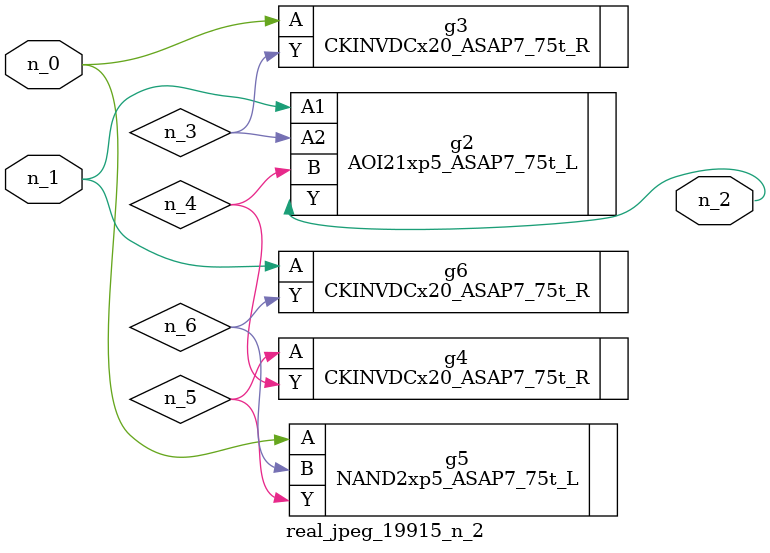
<source format=v>
module real_jpeg_19915_n_2 (n_1, n_0, n_2);

input n_1;
input n_0;

output n_2;

wire n_5;
wire n_4;
wire n_6;
wire n_3;

CKINVDCx20_ASAP7_75t_R g3 ( 
.A(n_0),
.Y(n_3)
);

NAND2xp5_ASAP7_75t_L g5 ( 
.A(n_0),
.B(n_6),
.Y(n_5)
);

AOI21xp5_ASAP7_75t_L g2 ( 
.A1(n_1),
.A2(n_3),
.B(n_4),
.Y(n_2)
);

CKINVDCx20_ASAP7_75t_R g6 ( 
.A(n_1),
.Y(n_6)
);

CKINVDCx20_ASAP7_75t_R g4 ( 
.A(n_5),
.Y(n_4)
);


endmodule
</source>
